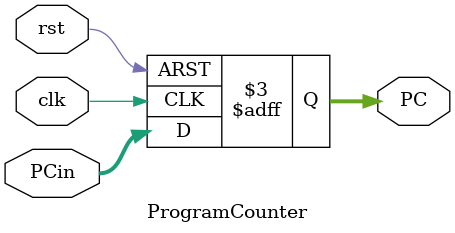
<source format=sv>
module ProgramCounter (
input logic clk, rst,
input logic [7:0] PCin,
output logic [7:0] PC
);

always @(posedge clk or negedge rst) begin
	if (rst == 0) begin
		PC <= 0; // reseta PC para zero
	end
	else begin
		PC <= PCin;
	end
end

endmodule

</source>
